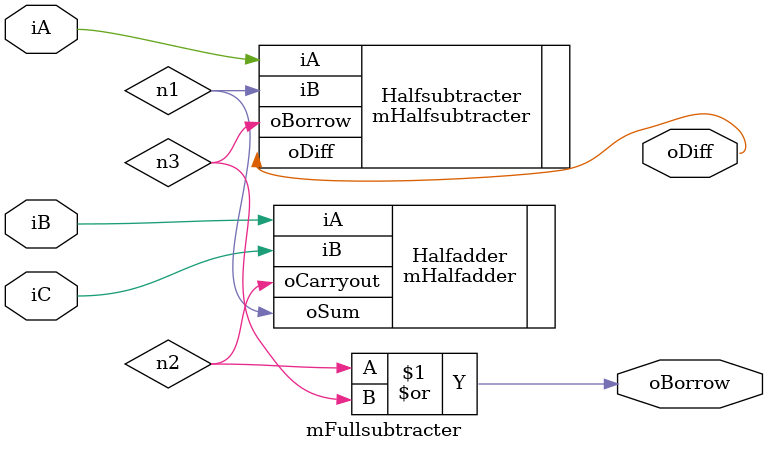
<source format=v>
module mFullsubtracter ( input iA,			 //data input A
								input iB, 		 //data input B
								input iC,			 //data input C
								output oDiff,		 //sum out
								output oBorrow //carry out
								);
wire n1, n2, n3;

mHalfadder Halfadder (.iA (iB), .iB(iC), .oSum (n1), .oCarryout (n2));

mHalfsubtracter Halfsubtracter (.iA (iA), .iB (n1), .oDiff (oDiff), .oBorrow (n3));

or OR_0(oBorrow, n2, n3);

endmodule
</source>
